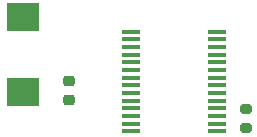
<source format=gtp>
%TF.GenerationSoftware,KiCad,Pcbnew,9.0.4-9.0.4-0~ubuntu24.04.1*%
%TF.CreationDate,2025-09-24T17:36:05+03:00*%
%TF.ProjectId,Nurse remote control,4e757273-6520-4726-956d-6f746520636f,rev?*%
%TF.SameCoordinates,Original*%
%TF.FileFunction,Paste,Top*%
%TF.FilePolarity,Positive*%
%FSLAX46Y46*%
G04 Gerber Fmt 4.6, Leading zero omitted, Abs format (unit mm)*
G04 Created by KiCad (PCBNEW 9.0.4-9.0.4-0~ubuntu24.04.1) date 2025-09-24 17:36:05*
%MOMM*%
%LPD*%
G01*
G04 APERTURE LIST*
G04 Aperture macros list*
%AMRoundRect*
0 Rectangle with rounded corners*
0 $1 Rounding radius*
0 $2 $3 $4 $5 $6 $7 $8 $9 X,Y pos of 4 corners*
0 Add a 4 corners polygon primitive as box body*
4,1,4,$2,$3,$4,$5,$6,$7,$8,$9,$2,$3,0*
0 Add four circle primitives for the rounded corners*
1,1,$1+$1,$2,$3*
1,1,$1+$1,$4,$5*
1,1,$1+$1,$6,$7*
1,1,$1+$1,$8,$9*
0 Add four rect primitives between the rounded corners*
20,1,$1+$1,$2,$3,$4,$5,0*
20,1,$1+$1,$4,$5,$6,$7,0*
20,1,$1+$1,$6,$7,$8,$9,0*
20,1,$1+$1,$8,$9,$2,$3,0*%
G04 Aperture macros list end*
%ADD10R,1.500000X0.400000*%
%ADD11RoundRect,0.200000X0.275000X-0.200000X0.275000X0.200000X-0.275000X0.200000X-0.275000X-0.200000X0*%
%ADD12R,2.800000X2.400000*%
%ADD13RoundRect,0.225000X-0.250000X0.225000X-0.250000X-0.225000X0.250000X-0.225000X0.250000X0.225000X0*%
G04 APERTURE END LIST*
D10*
%TO.C,IC1*%
X105211000Y-59752000D03*
X105211000Y-60402000D03*
X105211000Y-61052000D03*
X105211000Y-61702000D03*
X105211000Y-62352000D03*
X105211000Y-63002000D03*
X105211000Y-63652000D03*
X105211000Y-64302000D03*
X105211000Y-64952000D03*
X105211000Y-65602000D03*
X105211000Y-66252000D03*
X105211000Y-66902000D03*
X105211000Y-67552000D03*
X105211000Y-68202000D03*
X112461000Y-68202000D03*
X112461000Y-67552000D03*
X112461000Y-66902000D03*
X112461000Y-66252000D03*
X112461000Y-65602000D03*
X112461000Y-64952000D03*
X112461000Y-64302000D03*
X112461000Y-63652000D03*
X112461000Y-63002000D03*
X112461000Y-62352000D03*
X112461000Y-61702000D03*
X112461000Y-61052000D03*
X112461000Y-60402000D03*
X112461000Y-59752000D03*
%TD*%
D11*
%TO.C,R1*%
X114883000Y-67944000D03*
X114883000Y-66294000D03*
%TD*%
D12*
%TO.C,C1*%
X96000000Y-58500000D03*
X96000000Y-64900000D03*
%TD*%
D13*
%TO.C,C2*%
X99892493Y-63970839D03*
X99892493Y-65520839D03*
%TD*%
M02*

</source>
